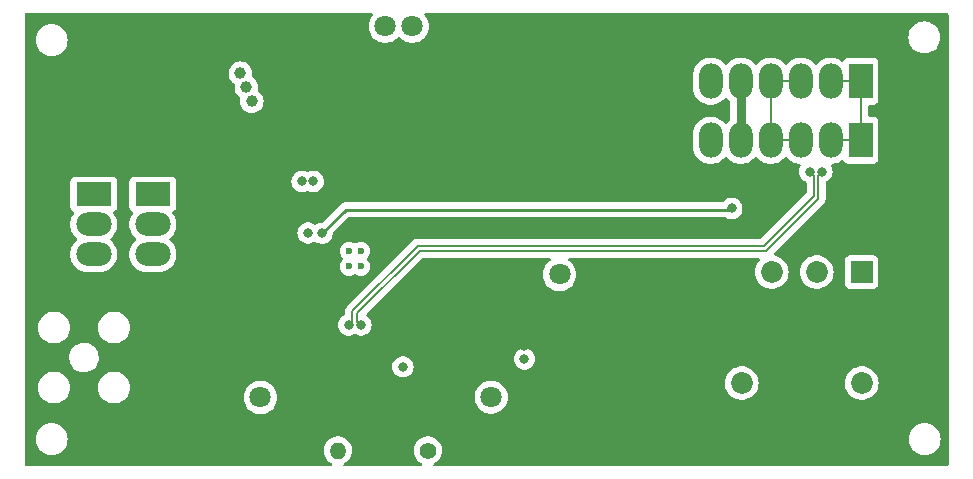
<source format=gbr>
%TF.GenerationSoftware,KiCad,Pcbnew,7.0.1*%
%TF.CreationDate,2024-02-12T12:04:44+00:00*%
%TF.ProjectId,UoB TICSP,556f4220-5449-4435-9350-2e6b69636164,1*%
%TF.SameCoordinates,Original*%
%TF.FileFunction,Copper,L3,Inr*%
%TF.FilePolarity,Positive*%
%FSLAX46Y46*%
G04 Gerber Fmt 4.6, Leading zero omitted, Abs format (unit mm)*
G04 Created by KiCad (PCBNEW 7.0.1) date 2024-02-12 12:04:44*
%MOMM*%
%LPD*%
G01*
G04 APERTURE LIST*
%TA.AperFunction,ComponentPad*%
%ADD10R,3.000000X2.000000*%
%TD*%
%TA.AperFunction,ComponentPad*%
%ADD11O,3.000000X2.000000*%
%TD*%
%TA.AperFunction,ComponentPad*%
%ADD12C,0.600000*%
%TD*%
%TA.AperFunction,ComponentPad*%
%ADD13C,1.400000*%
%TD*%
%TA.AperFunction,ComponentPad*%
%ADD14O,1.400000X1.400000*%
%TD*%
%TA.AperFunction,ComponentPad*%
%ADD15R,2.000000X3.000000*%
%TD*%
%TA.AperFunction,ComponentPad*%
%ADD16O,2.000000X3.000000*%
%TD*%
%TA.AperFunction,ComponentPad*%
%ADD17C,1.000000*%
%TD*%
%TA.AperFunction,ComponentPad*%
%ADD18R,1.850000X1.850000*%
%TD*%
%TA.AperFunction,ComponentPad*%
%ADD19C,1.850000*%
%TD*%
%TA.AperFunction,ViaPad*%
%ADD20C,1.800000*%
%TD*%
%TA.AperFunction,ViaPad*%
%ADD21C,0.800000*%
%TD*%
%TA.AperFunction,Conductor*%
%ADD22C,0.800000*%
%TD*%
%TA.AperFunction,Conductor*%
%ADD23C,0.200000*%
%TD*%
%TA.AperFunction,Conductor*%
%ADD24C,0.250000*%
%TD*%
G04 APERTURE END LIST*
D10*
%TO.N,/+9V*%
%TO.C,J1*%
X95678000Y-71221600D03*
X90678000Y-71221600D03*
D11*
%TO.N,GND*%
X95678000Y-73761600D03*
X90678000Y-73761600D03*
%TO.N,/-9V*%
X95678000Y-76301600D03*
X90678000Y-76301600D03*
%TD*%
D12*
%TO.N,GND*%
%TO.C,U4*%
X112316400Y-76037600D03*
X112316400Y-77327600D03*
X113286400Y-76037600D03*
X113286400Y-77327600D03*
%TD*%
D13*
%TO.N,Net-(R14-Pad1)*%
%TO.C,R14*%
X118973600Y-92913200D03*
D14*
%TO.N,Net-(U3--)*%
X111353600Y-92913200D03*
%TD*%
D15*
%TO.N,/Vo-*%
%TO.C,J4*%
X155625800Y-66649600D03*
X155625800Y-61649600D03*
D16*
X153085800Y-66649600D03*
X153085800Y-61649600D03*
%TO.N,/Vo+*%
X150545800Y-66649600D03*
X150545800Y-61649600D03*
X148005800Y-66649600D03*
X148005800Y-61649600D03*
%TO.N,GND*%
X145465800Y-66649600D03*
X145465800Y-61649600D03*
%TO.N,/Vocm*%
X142925800Y-66649600D03*
X142925800Y-61649600D03*
%TD*%
D17*
%TO.N,unconnected-(TP2-Pad1)*%
%TO.C,IAC*%
X103100604Y-60971500D03*
%TO.N,N/C*%
X103608604Y-62139900D03*
X104065804Y-63333700D03*
%TD*%
D18*
%TO.N,GND*%
%TO.C,PS1*%
X155702000Y-77800000D03*
D19*
%TO.N,/+1-5V HiVip*%
X151892000Y-77800000D03*
%TO.N,Net-(PS1-+HV)*%
X155702000Y-87198000D03*
%TO.N,GND*%
X145542000Y-87198000D03*
%TO.N,N/C*%
X148082000Y-77800000D03*
%TD*%
D20*
%TO.N,/+6V*%
X130124200Y-78003400D03*
D21*
X108837600Y-74498200D03*
D20*
X115366800Y-56997600D03*
X117652800Y-56997600D03*
D21*
X116865400Y-85826600D03*
X108331000Y-70129400D03*
X109270800Y-70129400D03*
X127152400Y-85166200D03*
%TO.N,/-6V*%
X115848000Y-70129400D03*
D20*
X133934200Y-56946800D03*
D21*
X127152400Y-84023200D03*
D20*
X131699000Y-56946800D03*
D21*
X116816999Y-89416900D03*
X116789200Y-70129400D03*
D20*
X126060200Y-77978000D03*
D21*
X116813200Y-74498200D03*
%TO.N,/Vo-*%
X113314800Y-82296000D03*
X152340800Y-69291200D03*
%TO.N,/Vo+*%
X151290800Y-69291200D03*
X112264800Y-82296000D03*
%TO.N,/Vocm*%
X110006000Y-74523600D03*
X144703800Y-72415400D03*
D20*
%TO.N,Net-(C20-Pad1)*%
X104800400Y-88417400D03*
X124333000Y-88392000D03*
%TD*%
D22*
%TO.N,GND*%
X145465800Y-66649600D02*
X145465800Y-61649600D01*
D23*
%TO.N,/Vo-*%
X113014801Y-81996001D02*
X113014801Y-81308599D01*
X155625800Y-61649600D02*
X153085800Y-61649600D01*
X113014801Y-81308599D02*
X118304800Y-76018600D01*
X152040800Y-69591200D02*
X152340800Y-69291200D01*
X153085800Y-66649600D02*
X155625800Y-66649600D01*
X147599796Y-76018600D02*
X152040800Y-71577596D01*
X155625800Y-66649600D02*
X155625800Y-61649600D01*
X152040800Y-71577596D02*
X152040800Y-69591200D01*
X113314800Y-82296000D02*
X113014801Y-81996001D01*
X118304800Y-76018600D02*
X147599796Y-76018600D01*
%TO.N,/Vo+*%
X112264800Y-82296000D02*
X112564799Y-81996001D01*
X148005800Y-66649600D02*
X150545800Y-66649600D01*
X148005800Y-61649600D02*
X148005800Y-66649600D01*
X118118400Y-75568600D02*
X147413396Y-75568600D01*
X147413396Y-75568600D02*
X151640800Y-71341196D01*
X151290800Y-69291200D02*
X151640800Y-69641200D01*
X112564799Y-81996001D02*
X112564799Y-81122201D01*
X151640800Y-71341196D02*
X151640800Y-69641200D01*
X150545800Y-61649600D02*
X148005800Y-61649600D01*
X112564799Y-81122201D02*
X118118400Y-75568600D01*
D24*
%TO.N,/Vocm*%
X112012600Y-72517000D02*
X144602200Y-72517000D01*
X144602200Y-72517000D02*
X144703800Y-72415400D01*
X110006000Y-74523600D02*
X112012600Y-72517000D01*
%TD*%
%TA.AperFunction,Conductor*%
%TO.N,/-6V*%
G36*
X114264743Y-55893053D02*
G01*
X114308463Y-55929466D01*
X114331319Y-55981570D01*
X114328498Y-56038397D01*
X114300594Y-56087982D01*
X114257822Y-56134444D01*
X114130876Y-56328750D01*
X114037644Y-56541296D01*
X114037642Y-56541300D01*
X114037643Y-56541300D01*
X114022187Y-56602336D01*
X113980665Y-56766300D01*
X113961499Y-56997599D01*
X113980665Y-57228899D01*
X113980665Y-57228901D01*
X113980666Y-57228905D01*
X114037643Y-57453900D01*
X114037644Y-57453903D01*
X114052676Y-57488172D01*
X114130876Y-57666449D01*
X114257821Y-57860753D01*
X114415016Y-58031513D01*
X114598174Y-58174070D01*
X114802297Y-58284536D01*
X114912058Y-58322217D01*
X115021815Y-58359897D01*
X115021817Y-58359897D01*
X115021819Y-58359898D01*
X115250751Y-58398100D01*
X115482848Y-58398100D01*
X115482849Y-58398100D01*
X115711781Y-58359898D01*
X115931303Y-58284536D01*
X116135426Y-58174070D01*
X116318584Y-58031513D01*
X116418571Y-57922896D01*
X116476059Y-57887560D01*
X116543541Y-57887560D01*
X116601028Y-57922896D01*
X116701016Y-58031513D01*
X116884174Y-58174070D01*
X117088297Y-58284536D01*
X117198058Y-58322217D01*
X117307815Y-58359897D01*
X117307817Y-58359897D01*
X117307819Y-58359898D01*
X117536751Y-58398100D01*
X117768848Y-58398100D01*
X117768849Y-58398100D01*
X117997781Y-58359898D01*
X118217303Y-58284536D01*
X118421426Y-58174070D01*
X118604584Y-58031513D01*
X118691222Y-57937399D01*
X159654940Y-57937399D01*
X159675536Y-58172807D01*
X159705474Y-58284536D01*
X159736697Y-58401063D01*
X159836565Y-58615229D01*
X159972105Y-58808801D01*
X160139199Y-58975895D01*
X160332771Y-59111435D01*
X160546937Y-59211303D01*
X160775192Y-59272463D01*
X160951632Y-59287900D01*
X160951634Y-59287900D01*
X161069566Y-59287900D01*
X161069568Y-59287900D01*
X161187193Y-59277608D01*
X161246008Y-59272463D01*
X161474263Y-59211303D01*
X161688429Y-59111435D01*
X161882001Y-58975895D01*
X162049095Y-58808801D01*
X162184635Y-58615230D01*
X162284503Y-58401063D01*
X162345663Y-58172808D01*
X162366259Y-57937400D01*
X162361898Y-57887560D01*
X162345663Y-57701992D01*
X162336139Y-57666449D01*
X162284503Y-57473737D01*
X162184635Y-57259571D01*
X162049095Y-57065999D01*
X161882001Y-56898905D01*
X161688429Y-56763365D01*
X161474263Y-56663497D01*
X161474262Y-56663496D01*
X161246007Y-56602336D01*
X161069568Y-56586900D01*
X161069566Y-56586900D01*
X160951634Y-56586900D01*
X160951632Y-56586900D01*
X160775192Y-56602336D01*
X160546936Y-56663497D01*
X160332770Y-56763365D01*
X160139198Y-56898905D01*
X159972108Y-57065995D01*
X159836564Y-57259572D01*
X159736697Y-57473737D01*
X159675536Y-57701992D01*
X159654940Y-57937399D01*
X118691222Y-57937399D01*
X118761779Y-57860753D01*
X118888724Y-57666449D01*
X118981957Y-57453900D01*
X119038934Y-57228905D01*
X119058100Y-56997600D01*
X119038934Y-56766295D01*
X118981957Y-56541300D01*
X118888724Y-56328751D01*
X118761779Y-56134447D01*
X118761778Y-56134446D01*
X118761777Y-56134444D01*
X118719006Y-56087982D01*
X118691102Y-56038397D01*
X118688281Y-55981570D01*
X118711137Y-55929466D01*
X118754857Y-55893053D01*
X118810236Y-55880000D01*
X162944000Y-55880000D01*
X163006000Y-55896613D01*
X163051387Y-55942000D01*
X163068000Y-56004000D01*
X163068000Y-94110000D01*
X163051387Y-94172000D01*
X163006000Y-94217387D01*
X162944000Y-94234000D01*
X119550822Y-94234000D01*
X119485544Y-94215427D01*
X119439822Y-94165271D01*
X119427351Y-94098558D01*
X119451868Y-94035273D01*
X119506029Y-93994373D01*
X119511001Y-93992447D01*
X119700162Y-93875324D01*
X119864581Y-93725436D01*
X119998658Y-93547889D01*
X120097829Y-93348728D01*
X120158715Y-93134736D01*
X120179243Y-92913200D01*
X120158715Y-92691664D01*
X120135827Y-92611221D01*
X120097830Y-92477673D01*
X119998658Y-92278511D01*
X119864580Y-92100962D01*
X119700162Y-91951075D01*
X119695194Y-91947999D01*
X159680340Y-91947999D01*
X159700936Y-92183407D01*
X159726419Y-92278511D01*
X159762097Y-92411663D01*
X159861965Y-92625829D01*
X159997505Y-92819401D01*
X160164599Y-92986495D01*
X160358171Y-93122035D01*
X160572337Y-93221903D01*
X160800592Y-93283063D01*
X160977032Y-93298500D01*
X160977034Y-93298500D01*
X161094966Y-93298500D01*
X161094968Y-93298500D01*
X161212593Y-93288208D01*
X161271408Y-93283063D01*
X161499663Y-93221903D01*
X161713829Y-93122035D01*
X161907401Y-92986495D01*
X162074495Y-92819401D01*
X162210035Y-92625830D01*
X162309903Y-92411663D01*
X162371063Y-92183408D01*
X162391659Y-91948000D01*
X162371063Y-91712592D01*
X162309903Y-91484337D01*
X162210035Y-91270171D01*
X162074495Y-91076599D01*
X161907401Y-90909505D01*
X161713829Y-90773965D01*
X161499663Y-90674097D01*
X161271407Y-90612936D01*
X161094968Y-90597500D01*
X161094966Y-90597500D01*
X160977034Y-90597500D01*
X160977032Y-90597500D01*
X160800592Y-90612936D01*
X160572336Y-90674097D01*
X160358170Y-90773965D01*
X160164598Y-90909505D01*
X159997508Y-91076595D01*
X159861964Y-91270172D01*
X159762097Y-91484337D01*
X159700936Y-91712592D01*
X159680340Y-91947999D01*
X119695194Y-91947999D01*
X119511004Y-91833954D01*
X119449774Y-91810233D01*
X119303540Y-91753582D01*
X119084843Y-91712700D01*
X118862357Y-91712700D01*
X118643659Y-91753582D01*
X118643660Y-91753582D01*
X118436195Y-91833954D01*
X118247037Y-91951075D01*
X118082619Y-92100962D01*
X117948541Y-92278511D01*
X117849369Y-92477673D01*
X117788485Y-92691662D01*
X117767957Y-92913200D01*
X117788485Y-93134737D01*
X117849369Y-93348726D01*
X117948541Y-93547888D01*
X118082619Y-93725437D01*
X118247037Y-93875324D01*
X118436197Y-93992446D01*
X118436199Y-93992447D01*
X118441171Y-93994373D01*
X118495332Y-94035273D01*
X118519849Y-94098558D01*
X118507378Y-94165271D01*
X118461656Y-94215427D01*
X118396378Y-94234000D01*
X111930822Y-94234000D01*
X111865544Y-94215427D01*
X111819822Y-94165271D01*
X111807351Y-94098558D01*
X111831868Y-94035273D01*
X111886029Y-93994373D01*
X111891001Y-93992447D01*
X112080162Y-93875324D01*
X112244581Y-93725436D01*
X112378658Y-93547889D01*
X112477829Y-93348728D01*
X112538715Y-93134736D01*
X112559243Y-92913200D01*
X112538715Y-92691664D01*
X112515827Y-92611221D01*
X112477830Y-92477673D01*
X112378658Y-92278511D01*
X112244580Y-92100962D01*
X112080162Y-91951075D01*
X111891004Y-91833954D01*
X111829774Y-91810233D01*
X111683540Y-91753582D01*
X111464843Y-91712700D01*
X111242357Y-91712700D01*
X111023659Y-91753582D01*
X111023660Y-91753582D01*
X110816195Y-91833954D01*
X110627037Y-91951075D01*
X110462619Y-92100962D01*
X110328541Y-92278511D01*
X110229369Y-92477673D01*
X110168485Y-92691662D01*
X110147957Y-92913200D01*
X110168485Y-93134737D01*
X110229369Y-93348726D01*
X110328541Y-93547888D01*
X110462619Y-93725437D01*
X110627037Y-93875324D01*
X110816197Y-93992446D01*
X110816199Y-93992447D01*
X110821171Y-93994373D01*
X110875332Y-94035273D01*
X110899849Y-94098558D01*
X110887378Y-94165271D01*
X110841656Y-94215427D01*
X110776378Y-94234000D01*
X84960000Y-94234000D01*
X84898000Y-94217387D01*
X84852613Y-94172000D01*
X84836000Y-94110000D01*
X84836000Y-91947999D01*
X85766340Y-91947999D01*
X85786936Y-92183407D01*
X85812419Y-92278511D01*
X85848097Y-92411663D01*
X85947965Y-92625829D01*
X86083505Y-92819401D01*
X86250599Y-92986495D01*
X86444171Y-93122035D01*
X86658337Y-93221903D01*
X86886592Y-93283063D01*
X87063032Y-93298500D01*
X87063034Y-93298500D01*
X87180966Y-93298500D01*
X87180968Y-93298500D01*
X87298593Y-93288208D01*
X87357408Y-93283063D01*
X87585663Y-93221903D01*
X87799829Y-93122035D01*
X87993401Y-92986495D01*
X88160495Y-92819401D01*
X88296035Y-92625830D01*
X88395903Y-92411663D01*
X88457063Y-92183408D01*
X88477659Y-91948000D01*
X88457063Y-91712592D01*
X88395903Y-91484337D01*
X88296035Y-91270171D01*
X88160495Y-91076599D01*
X87993401Y-90909505D01*
X87799829Y-90773965D01*
X87585663Y-90674097D01*
X87357407Y-90612936D01*
X87180968Y-90597500D01*
X87180966Y-90597500D01*
X87063034Y-90597500D01*
X87063032Y-90597500D01*
X86886592Y-90612936D01*
X86658336Y-90674097D01*
X86444170Y-90773965D01*
X86250598Y-90909505D01*
X86083508Y-91076595D01*
X85947964Y-91270172D01*
X85848097Y-91484337D01*
X85786936Y-91712592D01*
X85766340Y-91947999D01*
X84836000Y-91947999D01*
X84836000Y-89340099D01*
X85359500Y-89340099D01*
X85359617Y-89340383D01*
X85359808Y-89340461D01*
X85359999Y-89340541D01*
X85360000Y-89340541D01*
X85360001Y-89340541D01*
X85360127Y-89340488D01*
X85360383Y-89340383D01*
X85360500Y-89340099D01*
X85360500Y-87580000D01*
X85964340Y-87580000D01*
X85984936Y-87815407D01*
X86046096Y-88043662D01*
X86046097Y-88043663D01*
X86145965Y-88257829D01*
X86281505Y-88451401D01*
X86448599Y-88618495D01*
X86642171Y-88754035D01*
X86856337Y-88853903D01*
X87084591Y-88915062D01*
X87084592Y-88915063D01*
X87261032Y-88930500D01*
X87261034Y-88930500D01*
X87378966Y-88930500D01*
X87378968Y-88930500D01*
X87496593Y-88920208D01*
X87555408Y-88915063D01*
X87783663Y-88853903D01*
X87997829Y-88754035D01*
X88191401Y-88618495D01*
X88358495Y-88451401D01*
X88494035Y-88257830D01*
X88593903Y-88043663D01*
X88655063Y-87815408D01*
X88675659Y-87580000D01*
X91044340Y-87580000D01*
X91064936Y-87815407D01*
X91126096Y-88043662D01*
X91126097Y-88043663D01*
X91225965Y-88257829D01*
X91361505Y-88451401D01*
X91528599Y-88618495D01*
X91722171Y-88754035D01*
X91936337Y-88853903D01*
X92164591Y-88915062D01*
X92164592Y-88915063D01*
X92341032Y-88930500D01*
X92341034Y-88930500D01*
X92458966Y-88930500D01*
X92458968Y-88930500D01*
X92576593Y-88920208D01*
X92635408Y-88915063D01*
X92863663Y-88853903D01*
X93077829Y-88754035D01*
X93271401Y-88618495D01*
X93438495Y-88451401D01*
X93462303Y-88417400D01*
X103395099Y-88417400D01*
X103414265Y-88648699D01*
X103414265Y-88648701D01*
X103414266Y-88648705D01*
X103466230Y-88853903D01*
X103471244Y-88873703D01*
X103496158Y-88930500D01*
X103564476Y-89086249D01*
X103691421Y-89280553D01*
X103848616Y-89451313D01*
X104031774Y-89593870D01*
X104235897Y-89704336D01*
X104345657Y-89742016D01*
X104455415Y-89779697D01*
X104455417Y-89779697D01*
X104455419Y-89779698D01*
X104684351Y-89817900D01*
X104916448Y-89817900D01*
X104916449Y-89817900D01*
X105145381Y-89779698D01*
X105364903Y-89704336D01*
X105569026Y-89593870D01*
X105752184Y-89451313D01*
X105909379Y-89280553D01*
X106036324Y-89086249D01*
X106129557Y-88873700D01*
X106186534Y-88648705D01*
X106205700Y-88417400D01*
X106203595Y-88391999D01*
X122927699Y-88391999D01*
X122946865Y-88623299D01*
X122946865Y-88623301D01*
X122946866Y-88623305D01*
X122979972Y-88754035D01*
X123003844Y-88848303D01*
X123014986Y-88873703D01*
X123097076Y-89060849D01*
X123224021Y-89255153D01*
X123381216Y-89425913D01*
X123564374Y-89568470D01*
X123768497Y-89678936D01*
X123842485Y-89704336D01*
X123988015Y-89754297D01*
X123988017Y-89754297D01*
X123988019Y-89754298D01*
X124216951Y-89792500D01*
X124449048Y-89792500D01*
X124449049Y-89792500D01*
X124677981Y-89754298D01*
X124897503Y-89678936D01*
X125101626Y-89568470D01*
X125284784Y-89425913D01*
X125441979Y-89255153D01*
X125568924Y-89060849D01*
X125662157Y-88848300D01*
X125719134Y-88623305D01*
X125738300Y-88392000D01*
X125719134Y-88160695D01*
X125662157Y-87935700D01*
X125568924Y-87723151D01*
X125441979Y-87528847D01*
X125284784Y-87358087D01*
X125101626Y-87215530D01*
X125069233Y-87198000D01*
X144111614Y-87198000D01*
X144131123Y-87433429D01*
X144131123Y-87433432D01*
X144131124Y-87433434D01*
X144168239Y-87580000D01*
X144189118Y-87662447D01*
X144284013Y-87878788D01*
X144413226Y-88076563D01*
X144573223Y-88250365D01*
X144573227Y-88250368D01*
X144759654Y-88395470D01*
X144967421Y-88507908D01*
X145079140Y-88546261D01*
X145190857Y-88584615D01*
X145190859Y-88584615D01*
X145190861Y-88584616D01*
X145423880Y-88623500D01*
X145660119Y-88623500D01*
X145660120Y-88623500D01*
X145893139Y-88584616D01*
X146116579Y-88507908D01*
X146324346Y-88395470D01*
X146510773Y-88250368D01*
X146670775Y-88076561D01*
X146799986Y-87878788D01*
X146894883Y-87662445D01*
X146952876Y-87433434D01*
X146972385Y-87198000D01*
X154271614Y-87198000D01*
X154291123Y-87433429D01*
X154291123Y-87433432D01*
X154291124Y-87433434D01*
X154328239Y-87580000D01*
X154349118Y-87662447D01*
X154444013Y-87878788D01*
X154573226Y-88076563D01*
X154733223Y-88250365D01*
X154733227Y-88250368D01*
X154919654Y-88395470D01*
X155127421Y-88507908D01*
X155239140Y-88546261D01*
X155350857Y-88584615D01*
X155350859Y-88584615D01*
X155350861Y-88584616D01*
X155583880Y-88623500D01*
X155820119Y-88623500D01*
X155820120Y-88623500D01*
X156053139Y-88584616D01*
X156276579Y-88507908D01*
X156484346Y-88395470D01*
X156670773Y-88250368D01*
X156830775Y-88076561D01*
X156959986Y-87878788D01*
X157054883Y-87662445D01*
X157112876Y-87433434D01*
X157132385Y-87198000D01*
X157112876Y-86962566D01*
X157054883Y-86733555D01*
X156959986Y-86517212D01*
X156959986Y-86517211D01*
X156830773Y-86319436D01*
X156670776Y-86145634D01*
X156555312Y-86055765D01*
X156484346Y-86000530D01*
X156276579Y-85888092D01*
X156276575Y-85888090D01*
X156276574Y-85888090D01*
X156053142Y-85811384D01*
X155878374Y-85782220D01*
X155820120Y-85772500D01*
X155583880Y-85772500D01*
X155537276Y-85780276D01*
X155350857Y-85811384D01*
X155127425Y-85888090D01*
X155127421Y-85888091D01*
X155127421Y-85888092D01*
X155012377Y-85950351D01*
X154919652Y-86000531D01*
X154733223Y-86145634D01*
X154573226Y-86319436D01*
X154444013Y-86517211D01*
X154349118Y-86733552D01*
X154291123Y-86962570D01*
X154271614Y-87198000D01*
X146972385Y-87198000D01*
X146952876Y-86962566D01*
X146894883Y-86733555D01*
X146799986Y-86517212D01*
X146799986Y-86517211D01*
X146670773Y-86319436D01*
X146510776Y-86145634D01*
X146395312Y-86055765D01*
X146324346Y-86000530D01*
X146116579Y-85888092D01*
X146116575Y-85888090D01*
X146116574Y-85888090D01*
X145893142Y-85811384D01*
X145718374Y-85782220D01*
X145660120Y-85772500D01*
X145423880Y-85772500D01*
X145377276Y-85780276D01*
X145190857Y-85811384D01*
X144967425Y-85888090D01*
X144967421Y-85888091D01*
X144967421Y-85888092D01*
X144852377Y-85950351D01*
X144759652Y-86000531D01*
X144573223Y-86145634D01*
X144413226Y-86319436D01*
X144284013Y-86517211D01*
X144189118Y-86733552D01*
X144131123Y-86962570D01*
X144111614Y-87198000D01*
X125069233Y-87198000D01*
X124897503Y-87105064D01*
X124897499Y-87105062D01*
X124897498Y-87105062D01*
X124677984Y-87029702D01*
X124506281Y-87001050D01*
X124449049Y-86991500D01*
X124216951Y-86991500D01*
X124171164Y-86999140D01*
X123988015Y-87029702D01*
X123768501Y-87105062D01*
X123768497Y-87105063D01*
X123768497Y-87105064D01*
X123721566Y-87130462D01*
X123564372Y-87215531D01*
X123381215Y-87358087D01*
X123224020Y-87528848D01*
X123097076Y-87723150D01*
X123003844Y-87935696D01*
X122946865Y-88160700D01*
X122927699Y-88391999D01*
X106203595Y-88391999D01*
X106186534Y-88186095D01*
X106129557Y-87961100D01*
X106036324Y-87748551D01*
X105909379Y-87554247D01*
X105752184Y-87383487D01*
X105569026Y-87240930D01*
X105364903Y-87130464D01*
X105364899Y-87130462D01*
X105364898Y-87130462D01*
X105145384Y-87055102D01*
X104973682Y-87026450D01*
X104916449Y-87016900D01*
X104684351Y-87016900D01*
X104638564Y-87024540D01*
X104455415Y-87055102D01*
X104235901Y-87130462D01*
X104031772Y-87240931D01*
X103848615Y-87383487D01*
X103691420Y-87554248D01*
X103564476Y-87748550D01*
X103471244Y-87961096D01*
X103414265Y-88186100D01*
X103395099Y-88417400D01*
X93462303Y-88417400D01*
X93574035Y-88257830D01*
X93673903Y-88043663D01*
X93735063Y-87815408D01*
X93755659Y-87580000D01*
X93735063Y-87344592D01*
X93673903Y-87116337D01*
X93574035Y-86902171D01*
X93438495Y-86708599D01*
X93271401Y-86541505D01*
X93077829Y-86405965D01*
X92863663Y-86306097D01*
X92635407Y-86244936D01*
X92458968Y-86229500D01*
X92458966Y-86229500D01*
X92341034Y-86229500D01*
X92341032Y-86229500D01*
X92164592Y-86244936D01*
X91936336Y-86306097D01*
X91722170Y-86405965D01*
X91528598Y-86541505D01*
X91361508Y-86708595D01*
X91361505Y-86708598D01*
X91361505Y-86708599D01*
X91348551Y-86727100D01*
X91225964Y-86902172D01*
X91126097Y-87116337D01*
X91064936Y-87344592D01*
X91044340Y-87580000D01*
X88675659Y-87580000D01*
X88655063Y-87344592D01*
X88593903Y-87116337D01*
X88494035Y-86902171D01*
X88358495Y-86708599D01*
X88191401Y-86541505D01*
X87997829Y-86405965D01*
X87783663Y-86306097D01*
X87555407Y-86244936D01*
X87378968Y-86229500D01*
X87378966Y-86229500D01*
X87261034Y-86229500D01*
X87261032Y-86229500D01*
X87084592Y-86244936D01*
X86856336Y-86306097D01*
X86642170Y-86405965D01*
X86448598Y-86541505D01*
X86281508Y-86708595D01*
X86281505Y-86708598D01*
X86281505Y-86708599D01*
X86268551Y-86727100D01*
X86145964Y-86902172D01*
X86046097Y-87116337D01*
X85984936Y-87344592D01*
X85964340Y-87580000D01*
X85360500Y-87580000D01*
X85360500Y-85096328D01*
X88605709Y-85096328D01*
X88635925Y-85319388D01*
X88681065Y-85458315D01*
X88705483Y-85533464D01*
X88812148Y-85731681D01*
X88912032Y-85856931D01*
X88936880Y-85888090D01*
X88952492Y-85907666D01*
X89122004Y-86055765D01*
X89122006Y-86055766D01*
X89315237Y-86171216D01*
X89433214Y-86215493D01*
X89525976Y-86250307D01*
X89747453Y-86290500D01*
X89916153Y-86290500D01*
X89916155Y-86290500D01*
X90084188Y-86275377D01*
X90301170Y-86215493D01*
X90503973Y-86117829D01*
X90686078Y-85985522D01*
X90838024Y-85826599D01*
X115959940Y-85826599D01*
X115979726Y-86014857D01*
X116038220Y-86194884D01*
X116132866Y-86358816D01*
X116259529Y-86499489D01*
X116412669Y-86610751D01*
X116585597Y-86687744D01*
X116770752Y-86727100D01*
X116770754Y-86727100D01*
X116960046Y-86727100D01*
X116960048Y-86727100D01*
X117083483Y-86700862D01*
X117145203Y-86687744D01*
X117318130Y-86610751D01*
X117318129Y-86610751D01*
X117471270Y-86499489D01*
X117597933Y-86358816D01*
X117692579Y-86194884D01*
X117700269Y-86171216D01*
X117751074Y-86014856D01*
X117770860Y-85826600D01*
X117751074Y-85638344D01*
X117692579Y-85458316D01*
X117692579Y-85458315D01*
X117597933Y-85294383D01*
X117482515Y-85166199D01*
X126246940Y-85166199D01*
X126266726Y-85354457D01*
X126325220Y-85534484D01*
X126419866Y-85698416D01*
X126546529Y-85839089D01*
X126699669Y-85950351D01*
X126872597Y-86027344D01*
X127057752Y-86066700D01*
X127057754Y-86066700D01*
X127247046Y-86066700D01*
X127247048Y-86066700D01*
X127370483Y-86040462D01*
X127432203Y-86027344D01*
X127605130Y-85950351D01*
X127758271Y-85839088D01*
X127884933Y-85698416D01*
X127979579Y-85534484D01*
X128038074Y-85354456D01*
X128057860Y-85166200D01*
X128038074Y-84977944D01*
X127979579Y-84797916D01*
X127979579Y-84797915D01*
X127884933Y-84633983D01*
X127758270Y-84493310D01*
X127605130Y-84382048D01*
X127432202Y-84305055D01*
X127247048Y-84265700D01*
X127247046Y-84265700D01*
X127057754Y-84265700D01*
X127057752Y-84265700D01*
X126872597Y-84305055D01*
X126699669Y-84382048D01*
X126546529Y-84493310D01*
X126419866Y-84633983D01*
X126325220Y-84797915D01*
X126266726Y-84977942D01*
X126246940Y-85166199D01*
X117482515Y-85166199D01*
X117471270Y-85153710D01*
X117318130Y-85042448D01*
X117145202Y-84965455D01*
X116960048Y-84926100D01*
X116960046Y-84926100D01*
X116770754Y-84926100D01*
X116770752Y-84926100D01*
X116585597Y-84965455D01*
X116412669Y-85042448D01*
X116259529Y-85153710D01*
X116132866Y-85294383D01*
X116038220Y-85458315D01*
X115979726Y-85638342D01*
X115959940Y-85826599D01*
X90838024Y-85826599D01*
X90841632Y-85822825D01*
X90965635Y-85634968D01*
X91054103Y-85427988D01*
X91104191Y-85208537D01*
X91114290Y-84983670D01*
X91084075Y-84760613D01*
X91014517Y-84546536D01*
X90907852Y-84348319D01*
X90767508Y-84172334D01*
X90597996Y-84024235D01*
X90597993Y-84024233D01*
X90404762Y-83908783D01*
X90194025Y-83829693D01*
X89972547Y-83789500D01*
X89803845Y-83789500D01*
X89736631Y-83795549D01*
X89635809Y-83804623D01*
X89418828Y-83864507D01*
X89216027Y-83962170D01*
X89033925Y-84094475D01*
X88878365Y-84257178D01*
X88754365Y-84445031D01*
X88665896Y-84652012D01*
X88615809Y-84871462D01*
X88605709Y-85096328D01*
X85360500Y-85096328D01*
X85360500Y-82500000D01*
X85964340Y-82500000D01*
X85984936Y-82735407D01*
X86046096Y-82963662D01*
X86046097Y-82963663D01*
X86145965Y-83177829D01*
X86281505Y-83371401D01*
X86448599Y-83538495D01*
X86642171Y-83674035D01*
X86856337Y-83773903D01*
X87064551Y-83829693D01*
X87084592Y-83835063D01*
X87261032Y-83850500D01*
X87261034Y-83850500D01*
X87378966Y-83850500D01*
X87378968Y-83850500D01*
X87496593Y-83840208D01*
X87555408Y-83835063D01*
X87783663Y-83773903D01*
X87997829Y-83674035D01*
X88191401Y-83538495D01*
X88358495Y-83371401D01*
X88494035Y-83177830D01*
X88593903Y-82963663D01*
X88655063Y-82735408D01*
X88675659Y-82500000D01*
X91044340Y-82500000D01*
X91064936Y-82735407D01*
X91126096Y-82963662D01*
X91126097Y-82963663D01*
X91225965Y-83177829D01*
X91361505Y-83371401D01*
X91528599Y-83538495D01*
X91722171Y-83674035D01*
X91936337Y-83773903D01*
X92144551Y-83829693D01*
X92164592Y-83835063D01*
X92341032Y-83850500D01*
X92341034Y-83850500D01*
X92458966Y-83850500D01*
X92458968Y-83850500D01*
X92576593Y-83840208D01*
X92635408Y-83835063D01*
X92863663Y-83773903D01*
X93077829Y-83674035D01*
X93271401Y-83538495D01*
X93438495Y-83371401D01*
X93574035Y-83177830D01*
X93673903Y-82963663D01*
X93735063Y-82735408D01*
X93755659Y-82500000D01*
X93737811Y-82295999D01*
X111359340Y-82295999D01*
X111379126Y-82484257D01*
X111437620Y-82664284D01*
X111532266Y-82828216D01*
X111658929Y-82968889D01*
X111812069Y-83080151D01*
X111984997Y-83157144D01*
X112170152Y-83196500D01*
X112170154Y-83196500D01*
X112359446Y-83196500D01*
X112359448Y-83196500D01*
X112482883Y-83170262D01*
X112544603Y-83157144D01*
X112717530Y-83080151D01*
X112717530Y-83080150D01*
X112729436Y-83074850D01*
X112729500Y-83074994D01*
X112764017Y-83059625D01*
X112815583Y-83059625D01*
X112850099Y-83074994D01*
X112850164Y-83074850D01*
X113034997Y-83157144D01*
X113220152Y-83196500D01*
X113220154Y-83196500D01*
X113409446Y-83196500D01*
X113409448Y-83196500D01*
X113532883Y-83170262D01*
X113594603Y-83157144D01*
X113767530Y-83080151D01*
X113795782Y-83059625D01*
X113920670Y-82968889D01*
X113925377Y-82963662D01*
X114047333Y-82828216D01*
X114141979Y-82664284D01*
X114200474Y-82484256D01*
X114220260Y-82296000D01*
X114200474Y-82107744D01*
X114141979Y-81927716D01*
X114141979Y-81927715D01*
X114047333Y-81763783D01*
X113920671Y-81623112D01*
X113823161Y-81552266D01*
X113787857Y-81512537D01*
X113772429Y-81461677D01*
X113779711Y-81409029D01*
X113808364Y-81364269D01*
X118517215Y-76655419D01*
X118557444Y-76628539D01*
X118604897Y-76619100D01*
X129261395Y-76619100D01*
X129320413Y-76634045D01*
X129365204Y-76675279D01*
X129384971Y-76732860D01*
X129374951Y-76792911D01*
X129337558Y-76840951D01*
X129253464Y-76906405D01*
X129172415Y-76969487D01*
X129015220Y-77140248D01*
X128888276Y-77334550D01*
X128795044Y-77547096D01*
X128795042Y-77547100D01*
X128795043Y-77547100D01*
X128762117Y-77677123D01*
X128738065Y-77772100D01*
X128718899Y-78003400D01*
X128738065Y-78234699D01*
X128738065Y-78234701D01*
X128738066Y-78234705D01*
X128795043Y-78459700D01*
X128888276Y-78672249D01*
X129015221Y-78866553D01*
X129172416Y-79037313D01*
X129355574Y-79179870D01*
X129559697Y-79290336D01*
X129669458Y-79328017D01*
X129779215Y-79365697D01*
X129779217Y-79365697D01*
X129779219Y-79365698D01*
X130008151Y-79403900D01*
X130240248Y-79403900D01*
X130240249Y-79403900D01*
X130469181Y-79365698D01*
X130688703Y-79290336D01*
X130892826Y-79179870D01*
X131075984Y-79037313D01*
X131233179Y-78866553D01*
X131360124Y-78672249D01*
X131453357Y-78459700D01*
X131510334Y-78234705D01*
X131529500Y-78003400D01*
X131510334Y-77772095D01*
X131453357Y-77547100D01*
X131360124Y-77334551D01*
X131233179Y-77140247D01*
X131075984Y-76969487D01*
X130910841Y-76840951D01*
X130873449Y-76792911D01*
X130863429Y-76732860D01*
X130883196Y-76675279D01*
X130927987Y-76634045D01*
X130987005Y-76619100D01*
X146948856Y-76619100D01*
X147004236Y-76632154D01*
X147047955Y-76668566D01*
X147070811Y-76720671D01*
X147067989Y-76777498D01*
X147040085Y-76827083D01*
X146953226Y-76921435D01*
X146824013Y-77119211D01*
X146729118Y-77335552D01*
X146671123Y-77564570D01*
X146651614Y-77800000D01*
X146671123Y-78035429D01*
X146671123Y-78035432D01*
X146671124Y-78035434D01*
X146721584Y-78234699D01*
X146729118Y-78264447D01*
X146824013Y-78480788D01*
X146953226Y-78678563D01*
X147113223Y-78852365D01*
X147113227Y-78852368D01*
X147299654Y-78997470D01*
X147507421Y-79109908D01*
X147619141Y-79148262D01*
X147730857Y-79186615D01*
X147730859Y-79186615D01*
X147730861Y-79186616D01*
X147963880Y-79225500D01*
X148200119Y-79225500D01*
X148200120Y-79225500D01*
X148433139Y-79186616D01*
X148656579Y-79109908D01*
X148864346Y-78997470D01*
X149050773Y-78852368D01*
X149210775Y-78678561D01*
X149339986Y-78480788D01*
X149434883Y-78264445D01*
X149492876Y-78035434D01*
X149512385Y-77800000D01*
X150461614Y-77800000D01*
X150481123Y-78035429D01*
X150481123Y-78035432D01*
X150481124Y-78035434D01*
X150531584Y-78234699D01*
X150539118Y-78264447D01*
X150634013Y-78480788D01*
X150763226Y-78678563D01*
X150923223Y-78852365D01*
X150923227Y-78852368D01*
X151109654Y-78997470D01*
X151317421Y-79109908D01*
X151429141Y-79148262D01*
X151540857Y-79186615D01*
X151540859Y-79186615D01*
X151540861Y-79186616D01*
X151773880Y-79225500D01*
X152010119Y-79225500D01*
X152010120Y-79225500D01*
X152243139Y-79186616D01*
X152466579Y-79109908D01*
X152674346Y-78997470D01*
X152860773Y-78852368D01*
X152933958Y-78772869D01*
X154276500Y-78772869D01*
X154282909Y-78832484D01*
X154295616Y-78866553D01*
X154333204Y-78967331D01*
X154419454Y-79082546D01*
X154534669Y-79168796D01*
X154669517Y-79219091D01*
X154729127Y-79225500D01*
X156674872Y-79225499D01*
X156734483Y-79219091D01*
X156869331Y-79168796D01*
X156984546Y-79082546D01*
X157070796Y-78967331D01*
X157121091Y-78832483D01*
X157127500Y-78772873D01*
X157127499Y-76827128D01*
X157121091Y-76767517D01*
X157070796Y-76632669D01*
X156984546Y-76517454D01*
X156869331Y-76431204D01*
X156734483Y-76380909D01*
X156674873Y-76374500D01*
X156674869Y-76374500D01*
X154729130Y-76374500D01*
X154669515Y-76380909D01*
X154534669Y-76431204D01*
X154419454Y-76517454D01*
X154333204Y-76632668D01*
X154282909Y-76767515D01*
X154282909Y-76767517D01*
X154276522Y-76826930D01*
X154276500Y-76827130D01*
X154276500Y-78772869D01*
X152933958Y-78772869D01*
X153020775Y-78678561D01*
X153149986Y-78480788D01*
X153244883Y-78264445D01*
X153302876Y-78035434D01*
X153322385Y-77800000D01*
X153302876Y-77564566D01*
X153244883Y-77335555D01*
X153187061Y-77203734D01*
X153149986Y-77119211D01*
X153020773Y-76921436D01*
X152860776Y-76747634D01*
X152714836Y-76634045D01*
X152674346Y-76602530D01*
X152466579Y-76490092D01*
X152466575Y-76490090D01*
X152466574Y-76490090D01*
X152243142Y-76413384D01*
X152048527Y-76380909D01*
X152010120Y-76374500D01*
X151773880Y-76374500D01*
X151735473Y-76380909D01*
X151540857Y-76413384D01*
X151317425Y-76490090D01*
X151317421Y-76490091D01*
X151317421Y-76490092D01*
X151178909Y-76565050D01*
X151109652Y-76602531D01*
X150923223Y-76747634D01*
X150763226Y-76921436D01*
X150634013Y-77119211D01*
X150539118Y-77335552D01*
X150481123Y-77564570D01*
X150461614Y-77800000D01*
X149512385Y-77800000D01*
X149492876Y-77564566D01*
X149434883Y-77335555D01*
X149377061Y-77203734D01*
X149339986Y-77119211D01*
X149210773Y-76921436D01*
X149050776Y-76747634D01*
X148904836Y-76634045D01*
X148864346Y-76602530D01*
X148656579Y-76490092D01*
X148656575Y-76490090D01*
X148656574Y-76490090D01*
X148433141Y-76413383D01*
X148346042Y-76398850D01*
X148285337Y-76370330D01*
X148248363Y-76314371D01*
X148245937Y-76247345D01*
X148278768Y-76188862D01*
X152431843Y-72035786D01*
X152444023Y-72025105D01*
X152469082Y-72005878D01*
X152565336Y-71880437D01*
X152625844Y-71734358D01*
X152641300Y-71616957D01*
X152646482Y-71577596D01*
X152642360Y-71546293D01*
X152641300Y-71530109D01*
X152641300Y-70223655D01*
X152650329Y-70177204D01*
X152676102Y-70137517D01*
X152714863Y-70110375D01*
X152793530Y-70075351D01*
X152793530Y-70075350D01*
X152793532Y-70075350D01*
X152946670Y-69964089D01*
X153073333Y-69823416D01*
X153167979Y-69659484D01*
X153167979Y-69659483D01*
X153226474Y-69479456D01*
X153246260Y-69291200D01*
X153226474Y-69102944D01*
X153167979Y-68922916D01*
X153167979Y-68922915D01*
X153117431Y-68835364D01*
X153100924Y-68778488D01*
X153112678Y-68720444D01*
X153150012Y-68674470D01*
X153204409Y-68651055D01*
X153210132Y-68650100D01*
X153210135Y-68650100D01*
X153455414Y-68609171D01*
X153690610Y-68528428D01*
X153909309Y-68410074D01*
X153992589Y-68345253D01*
X154045012Y-68321402D01*
X154102561Y-68323808D01*
X154152814Y-68351956D01*
X154170492Y-68378277D01*
X154171320Y-68377658D01*
X154182003Y-68391928D01*
X154182004Y-68391931D01*
X154268254Y-68507146D01*
X154383469Y-68593396D01*
X154518317Y-68643691D01*
X154577927Y-68650100D01*
X156673672Y-68650099D01*
X156733283Y-68643691D01*
X156868131Y-68593396D01*
X156983346Y-68507146D01*
X157069596Y-68391931D01*
X157119891Y-68257083D01*
X157126300Y-68197473D01*
X157126299Y-65101728D01*
X157119891Y-65042117D01*
X157069596Y-64907269D01*
X156983346Y-64792054D01*
X156868131Y-64705804D01*
X156733283Y-64655509D01*
X156673673Y-64649100D01*
X156673669Y-64649100D01*
X156350300Y-64649100D01*
X156288300Y-64632487D01*
X156242913Y-64587100D01*
X156226300Y-64525100D01*
X156226300Y-63774099D01*
X156242913Y-63712099D01*
X156288300Y-63666712D01*
X156350300Y-63650099D01*
X156673670Y-63650099D01*
X156673672Y-63650099D01*
X156733283Y-63643691D01*
X156868131Y-63593396D01*
X156983346Y-63507146D01*
X157069596Y-63391931D01*
X157119891Y-63257083D01*
X157126300Y-63197473D01*
X157126299Y-60101728D01*
X157119891Y-60042117D01*
X157069596Y-59907269D01*
X156983346Y-59792054D01*
X156868131Y-59705804D01*
X156733283Y-59655509D01*
X156673673Y-59649100D01*
X156673669Y-59649100D01*
X154577930Y-59649100D01*
X154518315Y-59655509D01*
X154383469Y-59705803D01*
X154383469Y-59705804D01*
X154268254Y-59792054D01*
X154182004Y-59907269D01*
X154182003Y-59907270D01*
X154171320Y-59921542D01*
X154170491Y-59920922D01*
X154152811Y-59947246D01*
X154102559Y-59975391D01*
X154045012Y-59977797D01*
X153992586Y-59953943D01*
X153909309Y-59889126D01*
X153690610Y-59770772D01*
X153690606Y-59770770D01*
X153690605Y-59770770D01*
X153455415Y-59690029D01*
X153210135Y-59649100D01*
X152961465Y-59649100D01*
X152716184Y-59690029D01*
X152480994Y-59770770D01*
X152262285Y-59889129D01*
X152066059Y-60041859D01*
X152066056Y-60041861D01*
X152066056Y-60041862D01*
X152010944Y-60101730D01*
X151907030Y-60214610D01*
X151849541Y-60249948D01*
X151782059Y-60249948D01*
X151724570Y-60214610D01*
X151688853Y-60175812D01*
X151565544Y-60041862D01*
X151543412Y-60024636D01*
X151369314Y-59889129D01*
X151369310Y-59889126D01*
X151369309Y-59889126D01*
X151150610Y-59770772D01*
X151150606Y-59770770D01*
X151150605Y-59770770D01*
X150915415Y-59690029D01*
X150670135Y-59649100D01*
X150421465Y-59649100D01*
X150176184Y-59690029D01*
X149940994Y-59770770D01*
X149722285Y-59889129D01*
X149526059Y-60041859D01*
X149526056Y-60041861D01*
X149526056Y-60041862D01*
X149470944Y-60101730D01*
X149367030Y-60214610D01*
X149309541Y-60249948D01*
X149242059Y-60249948D01*
X149184570Y-60214610D01*
X149148853Y-60175812D01*
X149025544Y-60041862D01*
X149003412Y-60024636D01*
X148829314Y-59889129D01*
X148829310Y-59889126D01*
X148829309Y-59889126D01*
X148610610Y-59770772D01*
X148610606Y-59770770D01*
X148610605Y-59770770D01*
X148375415Y-59690029D01*
X148130135Y-59649100D01*
X147881465Y-59649100D01*
X147636184Y-59690029D01*
X147400994Y-59770770D01*
X147182285Y-59889129D01*
X146986059Y-60041859D01*
X146986056Y-60041861D01*
X146986056Y-60041862D01*
X146930944Y-60101730D01*
X146827030Y-60214610D01*
X146769541Y-60249948D01*
X146702059Y-60249948D01*
X146644570Y-60214610D01*
X146608853Y-60175812D01*
X146485544Y-60041862D01*
X146463412Y-60024636D01*
X146289314Y-59889129D01*
X146289310Y-59889126D01*
X146289309Y-59889126D01*
X146070610Y-59770772D01*
X146070606Y-59770770D01*
X146070605Y-59770770D01*
X145835415Y-59690029D01*
X145590135Y-59649100D01*
X145341465Y-59649100D01*
X145096184Y-59690029D01*
X144860994Y-59770770D01*
X144642285Y-59889129D01*
X144446059Y-60041859D01*
X144446056Y-60041861D01*
X144446056Y-60041862D01*
X144390944Y-60101730D01*
X144287030Y-60214610D01*
X144229541Y-60249948D01*
X144162059Y-60249948D01*
X144104570Y-60214610D01*
X144068853Y-60175812D01*
X143945544Y-60041862D01*
X143923412Y-60024636D01*
X143749314Y-59889129D01*
X143749310Y-59889126D01*
X143749309Y-59889126D01*
X143530610Y-59770772D01*
X143530606Y-59770770D01*
X143530605Y-59770770D01*
X143295415Y-59690029D01*
X143050135Y-59649100D01*
X142801465Y-59649100D01*
X142556184Y-59690029D01*
X142320994Y-59770770D01*
X142102285Y-59889129D01*
X141906059Y-60041859D01*
X141906056Y-60041861D01*
X141906056Y-60041862D01*
X141737636Y-60224815D01*
X141692299Y-60294207D01*
X141601625Y-60432995D01*
X141511580Y-60638278D01*
X141501737Y-60660719D01*
X141472704Y-60775368D01*
X141440691Y-60901783D01*
X141425300Y-61087527D01*
X141425300Y-62211673D01*
X141440691Y-62397416D01*
X141440691Y-62397419D01*
X141440692Y-62397421D01*
X141501737Y-62638481D01*
X141528036Y-62698436D01*
X141601625Y-62866204D01*
X141601627Y-62866207D01*
X141737636Y-63074385D01*
X141906056Y-63257338D01*
X141906059Y-63257340D01*
X142102285Y-63410070D01*
X142102287Y-63410071D01*
X142102291Y-63410074D01*
X142320990Y-63528428D01*
X142556186Y-63609171D01*
X142801465Y-63650100D01*
X143050135Y-63650100D01*
X143295414Y-63609171D01*
X143530610Y-63528428D01*
X143749309Y-63410074D01*
X143945544Y-63257338D01*
X144104571Y-63084588D01*
X144162059Y-63049251D01*
X144229541Y-63049251D01*
X144287028Y-63084588D01*
X144446056Y-63257338D01*
X144446059Y-63257340D01*
X144517462Y-63312916D01*
X144552700Y-63356309D01*
X144565300Y-63410769D01*
X144565300Y-64888431D01*
X144552700Y-64942891D01*
X144517462Y-64986284D01*
X144446059Y-65041859D01*
X144446056Y-65041861D01*
X144446056Y-65041862D01*
X144390944Y-65101730D01*
X144287030Y-65214610D01*
X144229541Y-65249948D01*
X144162059Y-65249948D01*
X144104570Y-65214610D01*
X144000656Y-65101730D01*
X143945544Y-65041862D01*
X143923412Y-65024636D01*
X143749314Y-64889129D01*
X143749310Y-64889126D01*
X143749309Y-64889126D01*
X143530610Y-64770772D01*
X143530606Y-64770770D01*
X143530605Y-64770770D01*
X143295415Y-64690029D01*
X143050135Y-64649100D01*
X142801465Y-64649100D01*
X142556184Y-64690029D01*
X142320994Y-64770770D01*
X142102285Y-64889129D01*
X141906059Y-65041859D01*
X141906056Y-65041861D01*
X141906056Y-65041862D01*
X141850944Y-65101730D01*
X141737637Y-65224814D01*
X141601625Y-65432995D01*
X141501738Y-65660717D01*
X141440691Y-65901783D01*
X141425300Y-66087527D01*
X141425300Y-67211673D01*
X141440691Y-67397416D01*
X141440691Y-67397419D01*
X141440692Y-67397421D01*
X141501737Y-67638481D01*
X141546760Y-67741123D01*
X141601625Y-67866204D01*
X141601627Y-67866207D01*
X141737636Y-68074385D01*
X141906056Y-68257338D01*
X141906059Y-68257340D01*
X142102285Y-68410070D01*
X142102287Y-68410071D01*
X142102291Y-68410074D01*
X142320990Y-68528428D01*
X142556186Y-68609171D01*
X142801465Y-68650100D01*
X143050135Y-68650100D01*
X143295414Y-68609171D01*
X143530610Y-68528428D01*
X143749309Y-68410074D01*
X143945544Y-68257338D01*
X144104571Y-68084588D01*
X144162059Y-68049251D01*
X144229541Y-68049251D01*
X144287028Y-68084588D01*
X144446056Y-68257338D01*
X144446059Y-68257340D01*
X144642285Y-68410070D01*
X144642287Y-68410071D01*
X144642291Y-68410074D01*
X144860990Y-68528428D01*
X145096186Y-68609171D01*
X145341465Y-68650100D01*
X145590135Y-68650100D01*
X145835414Y-68609171D01*
X146070610Y-68528428D01*
X146289309Y-68410074D01*
X146485544Y-68257338D01*
X146644571Y-68084588D01*
X146702059Y-68049251D01*
X146769541Y-68049251D01*
X146827028Y-68084588D01*
X146986056Y-68257338D01*
X146986059Y-68257340D01*
X147182285Y-68410070D01*
X147182287Y-68410071D01*
X147182291Y-68410074D01*
X147400990Y-68528428D01*
X147636186Y-68609171D01*
X147881465Y-68650100D01*
X148130135Y-68650100D01*
X148375414Y-68609171D01*
X148610610Y-68528428D01*
X148829309Y-68410074D01*
X149025544Y-68257338D01*
X149184571Y-68084588D01*
X149242059Y-68049251D01*
X149309541Y-68049251D01*
X149367028Y-68084588D01*
X149526056Y-68257338D01*
X149526059Y-68257340D01*
X149722285Y-68410070D01*
X149722287Y-68410071D01*
X149722291Y-68410074D01*
X149940990Y-68528428D01*
X150176186Y-68609171D01*
X150421465Y-68650100D01*
X150421467Y-68650100D01*
X150427190Y-68651055D01*
X150481587Y-68674470D01*
X150518921Y-68720443D01*
X150530675Y-68778488D01*
X150514168Y-68835363D01*
X150463621Y-68922913D01*
X150405126Y-69102942D01*
X150385340Y-69291199D01*
X150405126Y-69479457D01*
X150463620Y-69659484D01*
X150558266Y-69823416D01*
X150684929Y-69964089D01*
X150838065Y-70075349D01*
X150878542Y-70093370D01*
X150966737Y-70132638D01*
X151005498Y-70159779D01*
X151031271Y-70199466D01*
X151040300Y-70245917D01*
X151040300Y-71041099D01*
X151030861Y-71088552D01*
X151003981Y-71128780D01*
X147200980Y-74931781D01*
X147160752Y-74958661D01*
X147113299Y-74968100D01*
X118165887Y-74968100D01*
X118149702Y-74967039D01*
X118145776Y-74966522D01*
X118118399Y-74962917D01*
X118083141Y-74967559D01*
X118079039Y-74968100D01*
X117961637Y-74983556D01*
X117815559Y-75044063D01*
X117690116Y-75140318D01*
X117670894Y-75165370D01*
X117660200Y-75177564D01*
X112173764Y-80663999D01*
X112161572Y-80674692D01*
X112136517Y-80693918D01*
X112112349Y-80725416D01*
X112112347Y-80725417D01*
X112040262Y-80819360D01*
X111979755Y-80965438D01*
X111959116Y-81122200D01*
X111963238Y-81153502D01*
X111964299Y-81169688D01*
X111964299Y-81363545D01*
X111955270Y-81409996D01*
X111929498Y-81449682D01*
X111890736Y-81476824D01*
X111812068Y-81511850D01*
X111658929Y-81623111D01*
X111532266Y-81763783D01*
X111437620Y-81927715D01*
X111379126Y-82107742D01*
X111359340Y-82295999D01*
X93737811Y-82295999D01*
X93735063Y-82264592D01*
X93673903Y-82036337D01*
X93574035Y-81822171D01*
X93438495Y-81628599D01*
X93271401Y-81461505D01*
X93077829Y-81325965D01*
X92863663Y-81226097D01*
X92635407Y-81164936D01*
X92458968Y-81149500D01*
X92458966Y-81149500D01*
X92341034Y-81149500D01*
X92341032Y-81149500D01*
X92164592Y-81164936D01*
X91936336Y-81226097D01*
X91722170Y-81325965D01*
X91528598Y-81461505D01*
X91361508Y-81628595D01*
X91361505Y-81628598D01*
X91361505Y-81628599D01*
X91266848Y-81763784D01*
X91225964Y-81822172D01*
X91126097Y-82036337D01*
X91064936Y-82264592D01*
X91044340Y-82500000D01*
X88675659Y-82500000D01*
X88655063Y-82264592D01*
X88593903Y-82036337D01*
X88494035Y-81822171D01*
X88358495Y-81628599D01*
X88191401Y-81461505D01*
X87997829Y-81325965D01*
X87783663Y-81226097D01*
X87555407Y-81164936D01*
X87378968Y-81149500D01*
X87378966Y-81149500D01*
X87261034Y-81149500D01*
X87261032Y-81149500D01*
X87084592Y-81164936D01*
X86856336Y-81226097D01*
X86642170Y-81325965D01*
X86448598Y-81461505D01*
X86281508Y-81628595D01*
X86281505Y-81628598D01*
X86281505Y-81628599D01*
X86186848Y-81763784D01*
X86145964Y-81822172D01*
X86046097Y-82036337D01*
X85984936Y-82264592D01*
X85964340Y-82500000D01*
X85360500Y-82500000D01*
X85360500Y-80739901D01*
X85360383Y-80739617D01*
X85360381Y-80739616D01*
X85360001Y-80739459D01*
X85359999Y-80739459D01*
X85359618Y-80739616D01*
X85359616Y-80739618D01*
X85359500Y-80739900D01*
X85359500Y-80739901D01*
X85359500Y-89340099D01*
X84836000Y-89340099D01*
X84836000Y-76425935D01*
X88677500Y-76425935D01*
X88718429Y-76671215D01*
X88771339Y-76825335D01*
X88799172Y-76906410D01*
X88833308Y-76969487D01*
X88917529Y-77125114D01*
X89053036Y-77299212D01*
X89070262Y-77321344D01*
X89253215Y-77489764D01*
X89461393Y-77625773D01*
X89689119Y-77725663D01*
X89930179Y-77786708D01*
X90004480Y-77792864D01*
X90115927Y-77802100D01*
X90115933Y-77802100D01*
X91240067Y-77802100D01*
X91240073Y-77802100D01*
X91341387Y-77793704D01*
X91425821Y-77786708D01*
X91666881Y-77725663D01*
X91894607Y-77625773D01*
X92102785Y-77489764D01*
X92285738Y-77321344D01*
X92438474Y-77125109D01*
X92556828Y-76906410D01*
X92637571Y-76671214D01*
X92678500Y-76425935D01*
X93677500Y-76425935D01*
X93718429Y-76671215D01*
X93771339Y-76825335D01*
X93799172Y-76906410D01*
X93833308Y-76969487D01*
X93917529Y-77125114D01*
X94053036Y-77299212D01*
X94070262Y-77321344D01*
X94253215Y-77489764D01*
X94461393Y-77625773D01*
X94689119Y-77725663D01*
X94930179Y-77786708D01*
X95004480Y-77792864D01*
X95115927Y-77802100D01*
X95115933Y-77802100D01*
X96240067Y-77802100D01*
X96240073Y-77802100D01*
X96341387Y-77793704D01*
X96425821Y-77786708D01*
X96666881Y-77725663D01*
X96894607Y-77625773D01*
X97102785Y-77489764D01*
X97278942Y-77327600D01*
X111510834Y-77327600D01*
X111531031Y-77506851D01*
X111531031Y-77506853D01*
X111531032Y-77506855D01*
X111590611Y-77677122D01*
X111647379Y-77767467D01*
X111686585Y-77829864D01*
X111814135Y-77957414D01*
X111814137Y-77957415D01*
X111814138Y-77957416D01*
X111966878Y-78053389D01*
X112137145Y-78112968D01*
X112316400Y-78133165D01*
X112495655Y-78112968D01*
X112665922Y-78053389D01*
X112735430Y-78009713D01*
X112801398Y-77990708D01*
X112867370Y-78009714D01*
X112936878Y-78053389D01*
X113107145Y-78112968D01*
X113286400Y-78133165D01*
X113465655Y-78112968D01*
X113635922Y-78053389D01*
X113788662Y-77957416D01*
X113916216Y-77829862D01*
X114012189Y-77677122D01*
X114071768Y-77506855D01*
X114091965Y-77327600D01*
X114071768Y-77148345D01*
X114012189Y-76978078D01*
X113916216Y-76825338D01*
X113916215Y-76825337D01*
X113916214Y-76825335D01*
X113861160Y-76770281D01*
X113829066Y-76714694D01*
X113829066Y-76650506D01*
X113861160Y-76594919D01*
X113916214Y-76539864D01*
X113916216Y-76539862D01*
X114012189Y-76387122D01*
X114071768Y-76216855D01*
X114091965Y-76037600D01*
X114071768Y-75858345D01*
X114012189Y-75688078D01*
X113916216Y-75535338D01*
X113916215Y-75535337D01*
X113916214Y-75535335D01*
X113788664Y-75407785D01*
X113635925Y-75311813D01*
X113635922Y-75311811D01*
X113465655Y-75252232D01*
X113465653Y-75252231D01*
X113465651Y-75252231D01*
X113286400Y-75232034D01*
X113107148Y-75252231D01*
X113107145Y-75252231D01*
X113107145Y-75252232D01*
X112936878Y-75311811D01*
X112936877Y-75311811D01*
X112936873Y-75311813D01*
X112867371Y-75355484D01*
X112801400Y-75374490D01*
X112735429Y-75355484D01*
X112665926Y-75311813D01*
X112665924Y-75311812D01*
X112665922Y-75311811D01*
X112495655Y-75252232D01*
X112495653Y-75252231D01*
X112495651Y-75252231D01*
X112316400Y-75232034D01*
X112137148Y-75252231D01*
X112137145Y-75252231D01*
X112137145Y-75252232D01*
X111966878Y-75311811D01*
X111966876Y-75311811D01*
X111966876Y-75311812D01*
X111814135Y-75407785D01*
X111686585Y-75535335D01*
X111590612Y-75688076D01*
X111531031Y-75858348D01*
X111510834Y-76037600D01*
X111531031Y-76216851D01*
X111531031Y-76216853D01*
X111531032Y-76216855D01*
X111590611Y-76387122D01*
X111607112Y-76413383D01*
X111686585Y-76539864D01*
X111741640Y-76594919D01*
X111773734Y-76650506D01*
X111773734Y-76714694D01*
X111741640Y-76770281D01*
X111686585Y-76825335D01*
X111596009Y-76969487D01*
X111590611Y-76978078D01*
X111541226Y-77119212D01*
X111531031Y-77148348D01*
X111510834Y-77327600D01*
X97278942Y-77327600D01*
X97285738Y-77321344D01*
X97438474Y-77125109D01*
X97556828Y-76906410D01*
X97637571Y-76671214D01*
X97678500Y-76425935D01*
X97678500Y-76177265D01*
X97637571Y-75931986D01*
X97556828Y-75696790D01*
X97438474Y-75478091D01*
X97438471Y-75478087D01*
X97438470Y-75478085D01*
X97285740Y-75281859D01*
X97285738Y-75281856D01*
X97112988Y-75122828D01*
X97077651Y-75065341D01*
X97077651Y-74997859D01*
X97112988Y-74940371D01*
X97285738Y-74781344D01*
X97438474Y-74585109D01*
X97485507Y-74498199D01*
X107932140Y-74498199D01*
X107951926Y-74686457D01*
X108010420Y-74866484D01*
X108105066Y-75030416D01*
X108231729Y-75171089D01*
X108384869Y-75282351D01*
X108557797Y-75359344D01*
X108742952Y-75398700D01*
X108742954Y-75398700D01*
X108932246Y-75398700D01*
X108932248Y-75398700D01*
X109055683Y-75372462D01*
X109117403Y-75359344D01*
X109290330Y-75282351D01*
X109331436Y-75252485D01*
X109378537Y-75231514D01*
X109430100Y-75231514D01*
X109477202Y-75252484D01*
X109517629Y-75281856D01*
X109553272Y-75307753D01*
X109726197Y-75384744D01*
X109911352Y-75424100D01*
X109911354Y-75424100D01*
X110100646Y-75424100D01*
X110100648Y-75424100D01*
X110228439Y-75396937D01*
X110285803Y-75384744D01*
X110458730Y-75307751D01*
X110493690Y-75282351D01*
X110611870Y-75196489D01*
X110738533Y-75055816D01*
X110833179Y-74891884D01*
X110841432Y-74866484D01*
X110891674Y-74711856D01*
X110909322Y-74543941D01*
X110920720Y-74503527D01*
X110944957Y-74469232D01*
X112235371Y-73178819D01*
X112275600Y-73151939D01*
X112323053Y-73142500D01*
X144132256Y-73142500D01*
X144170575Y-73148569D01*
X144205140Y-73166181D01*
X144222535Y-73178819D01*
X144251072Y-73199553D01*
X144423997Y-73276544D01*
X144609152Y-73315900D01*
X144609154Y-73315900D01*
X144798446Y-73315900D01*
X144798448Y-73315900D01*
X144921884Y-73289662D01*
X144983603Y-73276544D01*
X145156530Y-73199551D01*
X145309671Y-73088288D01*
X145436333Y-72947616D01*
X145530979Y-72783684D01*
X145589474Y-72603656D01*
X145609260Y-72415400D01*
X145589474Y-72227144D01*
X145545257Y-72091058D01*
X145530979Y-72047115D01*
X145436333Y-71883183D01*
X145309670Y-71742510D01*
X145156530Y-71631248D01*
X144983602Y-71554255D01*
X144798448Y-71514900D01*
X144798446Y-71514900D01*
X144609154Y-71514900D01*
X144609152Y-71514900D01*
X144423997Y-71554255D01*
X144251069Y-71631248D01*
X144097929Y-71742510D01*
X144000721Y-71850472D01*
X143959006Y-71880780D01*
X143908571Y-71891500D01*
X112095344Y-71891500D01*
X112074837Y-71889235D01*
X112004727Y-71891439D01*
X112000832Y-71891500D01*
X111973250Y-71891500D01*
X111969265Y-71892003D01*
X111957633Y-71892918D01*
X111913969Y-71894290D01*
X111894729Y-71899880D01*
X111875681Y-71903825D01*
X111855809Y-71906335D01*
X111815199Y-71922413D01*
X111804154Y-71926194D01*
X111762210Y-71938381D01*
X111744965Y-71948579D01*
X111727504Y-71957133D01*
X111708867Y-71964512D01*
X111673531Y-71990185D01*
X111663774Y-71996595D01*
X111626180Y-72018829D01*
X111612013Y-72032996D01*
X111597224Y-72045626D01*
X111581013Y-72057404D01*
X111553172Y-72091058D01*
X111545311Y-72099697D01*
X110058228Y-73586781D01*
X110018000Y-73613661D01*
X109970547Y-73623100D01*
X109911352Y-73623100D01*
X109726197Y-73662455D01*
X109553269Y-73739448D01*
X109512163Y-73769313D01*
X109465059Y-73790285D01*
X109413497Y-73790284D01*
X109366393Y-73769312D01*
X109290327Y-73714047D01*
X109117402Y-73637055D01*
X108932248Y-73597700D01*
X108932246Y-73597700D01*
X108742954Y-73597700D01*
X108742952Y-73597700D01*
X108557797Y-73637055D01*
X108384869Y-73714048D01*
X108231729Y-73825310D01*
X108105066Y-73965983D01*
X108010420Y-74129915D01*
X107951926Y-74309942D01*
X107932140Y-74498199D01*
X97485507Y-74498199D01*
X97556828Y-74366410D01*
X97637571Y-74131214D01*
X97678500Y-73885935D01*
X97678500Y-73637265D01*
X97637571Y-73391986D01*
X97556828Y-73156790D01*
X97438474Y-72938091D01*
X97373654Y-72854811D01*
X97349801Y-72802383D01*
X97352210Y-72744832D01*
X97380362Y-72694578D01*
X97406677Y-72676907D01*
X97406058Y-72676080D01*
X97420328Y-72665396D01*
X97420331Y-72665396D01*
X97535546Y-72579146D01*
X97621796Y-72463931D01*
X97672091Y-72329083D01*
X97678500Y-72269473D01*
X97678499Y-70173728D01*
X97673734Y-70129400D01*
X107425540Y-70129400D01*
X107428606Y-70158572D01*
X107445326Y-70317657D01*
X107503820Y-70497684D01*
X107598466Y-70661616D01*
X107725129Y-70802289D01*
X107878269Y-70913551D01*
X108051197Y-70990544D01*
X108236352Y-71029900D01*
X108236354Y-71029900D01*
X108425646Y-71029900D01*
X108425648Y-71029900D01*
X108549083Y-71003662D01*
X108610803Y-70990544D01*
X108750464Y-70928361D01*
X108800900Y-70917641D01*
X108851336Y-70928362D01*
X108990997Y-70990544D01*
X109176152Y-71029900D01*
X109176154Y-71029900D01*
X109365446Y-71029900D01*
X109365448Y-71029900D01*
X109488883Y-71003662D01*
X109550603Y-70990544D01*
X109723530Y-70913551D01*
X109876671Y-70802288D01*
X110003333Y-70661616D01*
X110097979Y-70497684D01*
X110156474Y-70317656D01*
X110176260Y-70129400D01*
X110156474Y-69941144D01*
X110118222Y-69823416D01*
X110097979Y-69761115D01*
X110003333Y-69597183D01*
X109876670Y-69456510D01*
X109723530Y-69345248D01*
X109550602Y-69268255D01*
X109365448Y-69228900D01*
X109365446Y-69228900D01*
X109176154Y-69228900D01*
X109176152Y-69228900D01*
X108990997Y-69268255D01*
X108851336Y-69330437D01*
X108800900Y-69341158D01*
X108750464Y-69330437D01*
X108610802Y-69268255D01*
X108425648Y-69228900D01*
X108425646Y-69228900D01*
X108236354Y-69228900D01*
X108236352Y-69228900D01*
X108051197Y-69268255D01*
X107878269Y-69345248D01*
X107725129Y-69456510D01*
X107598466Y-69597183D01*
X107503820Y-69761115D01*
X107445326Y-69941142D01*
X107427146Y-70114115D01*
X107425540Y-70129400D01*
X97673734Y-70129400D01*
X97672091Y-70114117D01*
X97621796Y-69979269D01*
X97535546Y-69864054D01*
X97420331Y-69777804D01*
X97285483Y-69727509D01*
X97225873Y-69721100D01*
X97225869Y-69721100D01*
X94130130Y-69721100D01*
X94070515Y-69727509D01*
X93935669Y-69777804D01*
X93820454Y-69864054D01*
X93734204Y-69979268D01*
X93683909Y-70114115D01*
X93683909Y-70114117D01*
X93679130Y-70158572D01*
X93677500Y-70173730D01*
X93677500Y-72269469D01*
X93683909Y-72329083D01*
X93734204Y-72463931D01*
X93820454Y-72579146D01*
X93935669Y-72665396D01*
X93935671Y-72665396D01*
X93949942Y-72676080D01*
X93949322Y-72676907D01*
X93975639Y-72694581D01*
X94003790Y-72744834D01*
X94006198Y-72802384D01*
X93982344Y-72854813D01*
X93917527Y-72938089D01*
X93917525Y-72938091D01*
X93917526Y-72938091D01*
X93806906Y-73142500D01*
X93799170Y-73156794D01*
X93718429Y-73391984D01*
X93677500Y-73637265D01*
X93677500Y-73885935D01*
X93690857Y-73965984D01*
X93718429Y-74131214D01*
X93799172Y-74366410D01*
X93917526Y-74585109D01*
X93917529Y-74585114D01*
X93996408Y-74686457D01*
X94070262Y-74781344D01*
X94162749Y-74866484D01*
X94243010Y-74940370D01*
X94278348Y-74997859D01*
X94278348Y-75065341D01*
X94243010Y-75122830D01*
X94070259Y-75281859D01*
X93917529Y-75478085D01*
X93799170Y-75696794D01*
X93718429Y-75931984D01*
X93677500Y-76177265D01*
X93677500Y-76425935D01*
X92678500Y-76425935D01*
X92678500Y-76177265D01*
X92637571Y-75931986D01*
X92556828Y-75696790D01*
X92438474Y-75478091D01*
X92438471Y-75478087D01*
X92438470Y-75478085D01*
X92285740Y-75281859D01*
X92285738Y-75281856D01*
X92112988Y-75122828D01*
X92077651Y-75065341D01*
X92077651Y-74997859D01*
X92112988Y-74940371D01*
X92285738Y-74781344D01*
X92438474Y-74585109D01*
X92556828Y-74366410D01*
X92637571Y-74131214D01*
X92678500Y-73885935D01*
X92678500Y-73637265D01*
X92637571Y-73391986D01*
X92556828Y-73156790D01*
X92438474Y-72938091D01*
X92373654Y-72854811D01*
X92349801Y-72802383D01*
X92352210Y-72744832D01*
X92380362Y-72694578D01*
X92406677Y-72676907D01*
X92406058Y-72676080D01*
X92420328Y-72665396D01*
X92420331Y-72665396D01*
X92535546Y-72579146D01*
X92621796Y-72463931D01*
X92672091Y-72329083D01*
X92678500Y-72269473D01*
X92678499Y-70173728D01*
X92672091Y-70114117D01*
X92621796Y-69979269D01*
X92535546Y-69864054D01*
X92420331Y-69777804D01*
X92285483Y-69727509D01*
X92225873Y-69721100D01*
X92225869Y-69721100D01*
X89130130Y-69721100D01*
X89070515Y-69727509D01*
X88935669Y-69777804D01*
X88820454Y-69864054D01*
X88734204Y-69979268D01*
X88683909Y-70114115D01*
X88683909Y-70114117D01*
X88679130Y-70158572D01*
X88677500Y-70173730D01*
X88677500Y-72269469D01*
X88683909Y-72329083D01*
X88734204Y-72463931D01*
X88820454Y-72579146D01*
X88935669Y-72665396D01*
X88935671Y-72665396D01*
X88949942Y-72676080D01*
X88949322Y-72676907D01*
X88975639Y-72694581D01*
X89003790Y-72744834D01*
X89006198Y-72802384D01*
X88982344Y-72854813D01*
X88917527Y-72938089D01*
X88917525Y-72938091D01*
X88917526Y-72938091D01*
X88806906Y-73142500D01*
X88799170Y-73156794D01*
X88718429Y-73391984D01*
X88677500Y-73637265D01*
X88677500Y-73885935D01*
X88690857Y-73965984D01*
X88718429Y-74131214D01*
X88799172Y-74366410D01*
X88917526Y-74585109D01*
X88917529Y-74585114D01*
X88996408Y-74686457D01*
X89070262Y-74781344D01*
X89162749Y-74866484D01*
X89243010Y-74940370D01*
X89278348Y-74997859D01*
X89278348Y-75065341D01*
X89243010Y-75122830D01*
X89070259Y-75281859D01*
X88917529Y-75478085D01*
X88799170Y-75696794D01*
X88718429Y-75931984D01*
X88677500Y-76177265D01*
X88677500Y-76425935D01*
X84836000Y-76425935D01*
X84836000Y-60971499D01*
X102095263Y-60971499D01*
X102114580Y-61167633D01*
X102171789Y-61356226D01*
X102171790Y-61356227D01*
X102264694Y-61530038D01*
X102389721Y-61682383D01*
X102478415Y-61755173D01*
X102542064Y-61807409D01*
X102542066Y-61807410D01*
X102558241Y-61816055D01*
X102595640Y-61846747D01*
X102618447Y-61889417D01*
X102623190Y-61937566D01*
X102603262Y-62139899D01*
X102622580Y-62336033D01*
X102679789Y-62524626D01*
X102679790Y-62524627D01*
X102772694Y-62698438D01*
X102897721Y-62850783D01*
X103049099Y-62975016D01*
X103079791Y-63012415D01*
X103093836Y-63058713D01*
X103089094Y-63106862D01*
X103079780Y-63137567D01*
X103060463Y-63333700D01*
X103079780Y-63529833D01*
X103136989Y-63718426D01*
X103136990Y-63718427D01*
X103229894Y-63892238D01*
X103354921Y-64044583D01*
X103507266Y-64169610D01*
X103681077Y-64262514D01*
X103869672Y-64319724D01*
X104065804Y-64339041D01*
X104261936Y-64319724D01*
X104450531Y-64262514D01*
X104624342Y-64169610D01*
X104776687Y-64044583D01*
X104901714Y-63892238D01*
X104994618Y-63718427D01*
X105051828Y-63529832D01*
X105071145Y-63333700D01*
X105051828Y-63137568D01*
X104994618Y-62948973D01*
X104901714Y-62775162D01*
X104776687Y-62622817D01*
X104625307Y-62498582D01*
X104594615Y-62461183D01*
X104580571Y-62414883D01*
X104585313Y-62366736D01*
X104594628Y-62336032D01*
X104613945Y-62139900D01*
X104594628Y-61943768D01*
X104537418Y-61755173D01*
X104444514Y-61581362D01*
X104319487Y-61429017D01*
X104167142Y-61303990D01*
X104150967Y-61295344D01*
X104113567Y-61264651D01*
X104090759Y-61221981D01*
X104086017Y-61173832D01*
X104086628Y-61167632D01*
X104105945Y-60971500D01*
X104086628Y-60775368D01*
X104029418Y-60586773D01*
X103936514Y-60412962D01*
X103811487Y-60260617D01*
X103659142Y-60135590D01*
X103636695Y-60123592D01*
X103485330Y-60042685D01*
X103296737Y-59985476D01*
X103100604Y-59966159D01*
X102904470Y-59985476D01*
X102715877Y-60042685D01*
X102542067Y-60135589D01*
X102389721Y-60260617D01*
X102264693Y-60412963D01*
X102171789Y-60586773D01*
X102114580Y-60775366D01*
X102095263Y-60971499D01*
X84836000Y-60971499D01*
X84836000Y-58166000D01*
X85766340Y-58166000D01*
X85786936Y-58401407D01*
X85844229Y-58615227D01*
X85848097Y-58629663D01*
X85947965Y-58843829D01*
X86083505Y-59037401D01*
X86250599Y-59204495D01*
X86444171Y-59340035D01*
X86658337Y-59439903D01*
X86886591Y-59501062D01*
X86886592Y-59501063D01*
X87063032Y-59516500D01*
X87063034Y-59516500D01*
X87180966Y-59516500D01*
X87180968Y-59516500D01*
X87298593Y-59506208D01*
X87357408Y-59501063D01*
X87585663Y-59439903D01*
X87799829Y-59340035D01*
X87993401Y-59204495D01*
X88160495Y-59037401D01*
X88296035Y-58843830D01*
X88395903Y-58629663D01*
X88457063Y-58401408D01*
X88477659Y-58166000D01*
X88457063Y-57930592D01*
X88395903Y-57702337D01*
X88296035Y-57488171D01*
X88160495Y-57294599D01*
X87993401Y-57127505D01*
X87799829Y-56991965D01*
X87585663Y-56892097D01*
X87357407Y-56830936D01*
X87180968Y-56815500D01*
X87180966Y-56815500D01*
X87063034Y-56815500D01*
X87063032Y-56815500D01*
X86886592Y-56830936D01*
X86658336Y-56892097D01*
X86444170Y-56991965D01*
X86250598Y-57127505D01*
X86083508Y-57294595D01*
X85947964Y-57488172D01*
X85848097Y-57702337D01*
X85786936Y-57930592D01*
X85766340Y-58166000D01*
X84836000Y-58166000D01*
X84836000Y-56004000D01*
X84852613Y-55942000D01*
X84898000Y-55896613D01*
X84960000Y-55880000D01*
X114209364Y-55880000D01*
X114264743Y-55893053D01*
G37*
%TD.AperFunction*%
%TD*%
M02*

</source>
